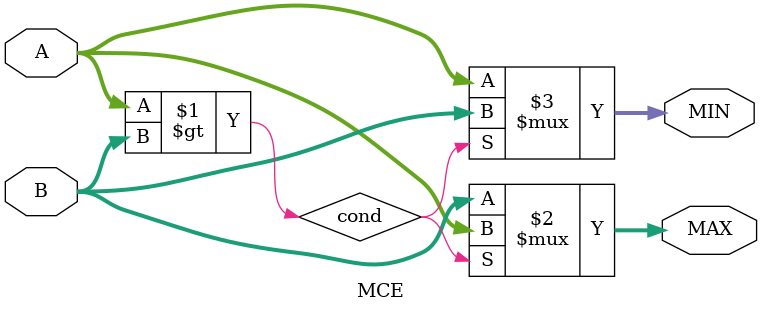
<source format=sv>
module MCE #(parameter SIZE = 8) (input logic [SIZE-1:0] A,
  input logic [SIZE-1:0] B,
  output logic [SIZE-1:0] MAX,
  output logic[SIZE-1:0] MIN
  );

  logic cond;

  assign cond = (A > B);
  assign MAX =  cond ? A : B;
  assign MIN = cond ? B : A;

endmodule

</source>
